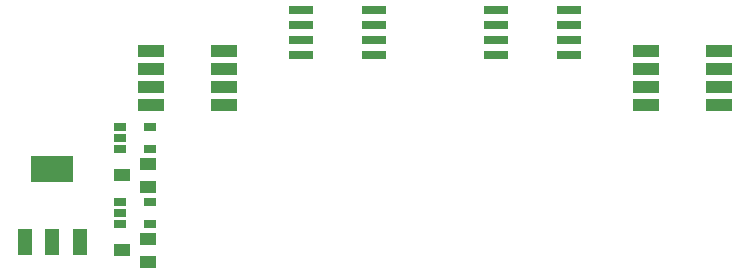
<source format=gtp>
G75*
G70*
%OFA0B0*%
%FSLAX24Y24*%
%IPPOS*%
%LPD*%
%AMOC8*
5,1,8,0,0,1.08239X$1,22.5*
%
%ADD10R,0.0800X0.0260*%
%ADD11R,0.0880X0.0400*%
%ADD12R,0.0480X0.0880*%
%ADD13R,0.1417X0.0866*%
%ADD14R,0.0390X0.0272*%
%ADD15R,0.0551X0.0394*%
D10*
X010391Y010815D03*
X010391Y011315D03*
X010391Y011815D03*
X010391Y012315D03*
X012811Y012315D03*
X012811Y011815D03*
X012811Y011315D03*
X012811Y010815D03*
X016891Y010815D03*
X016891Y011315D03*
X016891Y011815D03*
X016891Y012315D03*
X019311Y012315D03*
X019311Y011815D03*
X019311Y011315D03*
X019311Y010815D03*
D11*
X021881Y010965D03*
X021881Y010365D03*
X021881Y009765D03*
X021881Y009165D03*
X024321Y009165D03*
X024321Y009765D03*
X024321Y010365D03*
X024321Y010965D03*
X007821Y010965D03*
X007821Y010365D03*
X007821Y009765D03*
X007821Y009165D03*
X005381Y009165D03*
X005381Y009765D03*
X005381Y010365D03*
X005381Y010965D03*
D12*
X003011Y004595D03*
X002101Y004595D03*
X001191Y004595D03*
D13*
X002101Y007035D03*
D14*
X004343Y007691D03*
X004343Y008065D03*
X004343Y008439D03*
X005363Y008439D03*
X005363Y007691D03*
X005363Y005939D03*
X004343Y005939D03*
X004343Y005565D03*
X004343Y005191D03*
X005363Y005191D03*
D15*
X005284Y003941D03*
X004418Y004315D03*
X005284Y004689D03*
X005284Y006441D03*
X004418Y006815D03*
X005284Y007189D03*
M02*

</source>
